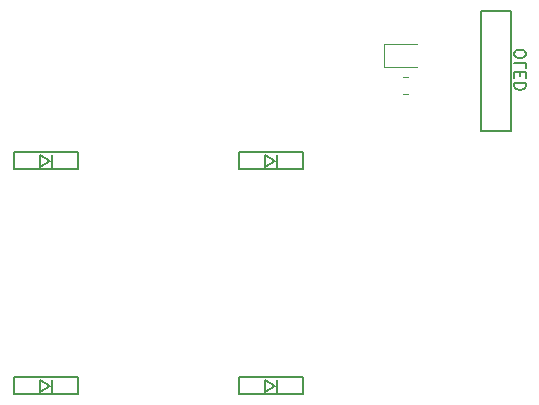
<source format=gbo>
%TF.GenerationSoftware,KiCad,Pcbnew,(5.1.12-1-10_14)*%
%TF.CreationDate,2021-11-18T12:52:19+08:00*%
%TF.ProjectId,Pragmatic,50726167-6d61-4746-9963-2e6b69636164,0.1*%
%TF.SameCoordinates,Original*%
%TF.FileFunction,Legend,Bot*%
%TF.FilePolarity,Positive*%
%FSLAX46Y46*%
G04 Gerber Fmt 4.6, Leading zero omitted, Abs format (unit mm)*
G04 Created by KiCad (PCBNEW (5.1.12-1-10_14)) date 2021-11-18 12:52:19*
%MOMM*%
%LPD*%
G01*
G04 APERTURE LIST*
%ADD10C,0.120000*%
%ADD11C,0.150000*%
%ADD12C,2.400000*%
%ADD13O,2.200000X1.600000*%
%ADD14C,4.900000*%
%ADD15C,1.800000*%
%ADD16O,2.200000X1.500000*%
%ADD17C,1.700000*%
%ADD18R,1.400000X1.000000*%
%ADD19C,1.397000*%
G04 APERTURE END LIST*
D10*
X87402936Y-43280000D02*
X87857064Y-43280000D01*
X87402936Y-41810000D02*
X87857064Y-41810000D01*
X85770000Y-40965000D02*
X88630000Y-40965000D01*
X85770000Y-39045000D02*
X85770000Y-40965000D01*
X88630000Y-39045000D02*
X85770000Y-39045000D01*
D11*
X76600000Y-67945000D02*
X75700000Y-67445000D01*
X76700000Y-67445000D02*
X76700000Y-68445000D01*
X78900000Y-67195000D02*
X78900000Y-68695000D01*
X73500000Y-67195000D02*
X73500000Y-68695000D01*
X75700000Y-67445000D02*
X75700000Y-68445000D01*
X75700000Y-68445000D02*
X76600000Y-67945000D01*
X78900000Y-68695000D02*
X73500000Y-68695000D01*
X73500000Y-67195000D02*
X78900000Y-67195000D01*
X57550000Y-67945000D02*
X56650000Y-67445000D01*
X57650000Y-67445000D02*
X57650000Y-68445000D01*
X59850000Y-67195000D02*
X59850000Y-68695000D01*
X54450000Y-67195000D02*
X54450000Y-68695000D01*
X56650000Y-67445000D02*
X56650000Y-68445000D01*
X56650000Y-68445000D02*
X57550000Y-67945000D01*
X59850000Y-68695000D02*
X54450000Y-68695000D01*
X54450000Y-67195000D02*
X59850000Y-67195000D01*
X76600000Y-48895000D02*
X75700000Y-48395000D01*
X76700000Y-48395000D02*
X76700000Y-49395000D01*
X78900000Y-48145000D02*
X78900000Y-49645000D01*
X73500000Y-48145000D02*
X73500000Y-49645000D01*
X75700000Y-48395000D02*
X75700000Y-49395000D01*
X75700000Y-49395000D02*
X76600000Y-48895000D01*
X78900000Y-49645000D02*
X73500000Y-49645000D01*
X73500000Y-48145000D02*
X78900000Y-48145000D01*
X57550000Y-48895000D02*
X56650000Y-48395000D01*
X57650000Y-48395000D02*
X57650000Y-49395000D01*
X59850000Y-48145000D02*
X59850000Y-49645000D01*
X54450000Y-48145000D02*
X54450000Y-49645000D01*
X56650000Y-48395000D02*
X56650000Y-49395000D01*
X56650000Y-49395000D02*
X57550000Y-48895000D01*
X59850000Y-49645000D02*
X54450000Y-49645000D01*
X54450000Y-48145000D02*
X59850000Y-48145000D01*
X96520000Y-36195000D02*
X96520000Y-46355000D01*
X96520000Y-46355000D02*
X93980000Y-46355000D01*
X93980000Y-46355000D02*
X93980000Y-36195000D01*
X93980000Y-36195000D02*
X96520000Y-36195000D01*
X96802380Y-39762619D02*
X96802380Y-39953095D01*
X96850000Y-40048333D01*
X96945238Y-40143571D01*
X97135714Y-40191190D01*
X97469047Y-40191190D01*
X97659523Y-40143571D01*
X97754761Y-40048333D01*
X97802380Y-39953095D01*
X97802380Y-39762619D01*
X97754761Y-39667380D01*
X97659523Y-39572142D01*
X97469047Y-39524523D01*
X97135714Y-39524523D01*
X96945238Y-39572142D01*
X96850000Y-39667380D01*
X96802380Y-39762619D01*
X97802380Y-41095952D02*
X97802380Y-40619761D01*
X96802380Y-40619761D01*
X97278571Y-41429285D02*
X97278571Y-41762619D01*
X97802380Y-41905476D02*
X97802380Y-41429285D01*
X96802380Y-41429285D01*
X96802380Y-41905476D01*
X97802380Y-42334047D02*
X96802380Y-42334047D01*
X96802380Y-42572142D01*
X96850000Y-42715000D01*
X96945238Y-42810238D01*
X97040476Y-42857857D01*
X97230952Y-42905476D01*
X97373809Y-42905476D01*
X97564285Y-42857857D01*
X97659523Y-42810238D01*
X97754761Y-42715000D01*
X97802380Y-42572142D01*
X97802380Y-42334047D01*
%LPC*%
D12*
X72390000Y-73660000D03*
D13*
X71100000Y-80100000D03*
G36*
G01*
X77900126Y-70678797D02*
X77900126Y-70678797D01*
G75*
G02*
X78643552Y-69922281I749971J6545D01*
G01*
X81543442Y-69896975D01*
G75*
G02*
X82299958Y-70640401I6545J-749971D01*
G01*
X82299958Y-70640401D01*
G75*
G02*
X81556532Y-71396917I-749971J-6545D01*
G01*
X78656642Y-71422223D01*
G75*
G02*
X77900126Y-70678797I-6545J749971D01*
G01*
G37*
D12*
X78740000Y-71120000D03*
X78740000Y-71120000D03*
G36*
G01*
X77900126Y-70678797D02*
X77900126Y-70678797D01*
G75*
G02*
X78643552Y-69922281I749971J6545D01*
G01*
X81543442Y-69896975D01*
G75*
G02*
X82299958Y-70640401I6545J-749971D01*
G01*
X82299958Y-70640401D01*
G75*
G02*
X81556532Y-71396917I-749971J-6545D01*
G01*
X78656642Y-71422223D01*
G75*
G02*
X77900126Y-70678797I-6545J749971D01*
G01*
G37*
D13*
X71100000Y-80100000D03*
D14*
X76200000Y-76200000D03*
D15*
X70700000Y-76200000D03*
X81700000Y-76200000D03*
D16*
X76200000Y-82100000D03*
D12*
X72390000Y-73660000D03*
D17*
X81280000Y-76200000D03*
X71120000Y-76200000D03*
G36*
G01*
X86030000Y-42995400D02*
X86030000Y-42094600D01*
G75*
G02*
X86279600Y-41845000I249600J0D01*
G01*
X86980400Y-41845000D01*
G75*
G02*
X87230000Y-42094600I0J-249600D01*
G01*
X87230000Y-42995400D01*
G75*
G02*
X86980400Y-43245000I-249600J0D01*
G01*
X86279600Y-43245000D01*
G75*
G02*
X86030000Y-42995400I0J249600D01*
G01*
G37*
G36*
G01*
X88030000Y-42995400D02*
X88030000Y-42094600D01*
G75*
G02*
X88279600Y-41845000I249600J0D01*
G01*
X88980400Y-41845000D01*
G75*
G02*
X89230000Y-42094600I0J-249600D01*
G01*
X89230000Y-42995400D01*
G75*
G02*
X88980400Y-43245000I-249600J0D01*
G01*
X88279600Y-43245000D01*
G75*
G02*
X88030000Y-42995400I0J249600D01*
G01*
G37*
G36*
G01*
X88080000Y-40455450D02*
X88080000Y-39554550D01*
G75*
G02*
X88329550Y-39305000I249550J0D01*
G01*
X88980450Y-39305000D01*
G75*
G02*
X89230000Y-39554550I0J-249550D01*
G01*
X89230000Y-40455450D01*
G75*
G02*
X88980450Y-40705000I-249550J0D01*
G01*
X88329550Y-40705000D01*
G75*
G02*
X88080000Y-40455450I0J249550D01*
G01*
G37*
G36*
G01*
X86030000Y-40455450D02*
X86030000Y-39554550D01*
G75*
G02*
X86279550Y-39305000I249550J0D01*
G01*
X86930450Y-39305000D01*
G75*
G02*
X87180000Y-39554550I0J-249550D01*
G01*
X87180000Y-40455450D01*
G75*
G02*
X86930450Y-40705000I-249550J0D01*
G01*
X86279550Y-40705000D01*
G75*
G02*
X86030000Y-40455450I0J249550D01*
G01*
G37*
D12*
X53340000Y-73660000D03*
D13*
X52050000Y-80100000D03*
G36*
G01*
X58850126Y-70678797D02*
X58850126Y-70678797D01*
G75*
G02*
X59593552Y-69922281I749971J6545D01*
G01*
X62493442Y-69896975D01*
G75*
G02*
X63249958Y-70640401I6545J-749971D01*
G01*
X63249958Y-70640401D01*
G75*
G02*
X62506532Y-71396917I-749971J-6545D01*
G01*
X59606642Y-71422223D01*
G75*
G02*
X58850126Y-70678797I-6545J749971D01*
G01*
G37*
D12*
X59690000Y-71120000D03*
X59690000Y-71120000D03*
G36*
G01*
X58850126Y-70678797D02*
X58850126Y-70678797D01*
G75*
G02*
X59593552Y-69922281I749971J6545D01*
G01*
X62493442Y-69896975D01*
G75*
G02*
X63249958Y-70640401I6545J-749971D01*
G01*
X63249958Y-70640401D01*
G75*
G02*
X62506532Y-71396917I-749971J-6545D01*
G01*
X59606642Y-71422223D01*
G75*
G02*
X58850126Y-70678797I-6545J749971D01*
G01*
G37*
D13*
X52050000Y-80100000D03*
D14*
X57150000Y-76200000D03*
D15*
X51650000Y-76200000D03*
X62650000Y-76200000D03*
D16*
X57150000Y-82100000D03*
D12*
X53340000Y-73660000D03*
D17*
X62230000Y-76200000D03*
X52070000Y-76200000D03*
D12*
X72390000Y-54610000D03*
D13*
X71100000Y-61050000D03*
G36*
G01*
X77900126Y-51628797D02*
X77900126Y-51628797D01*
G75*
G02*
X78643552Y-50872281I749971J6545D01*
G01*
X81543442Y-50846975D01*
G75*
G02*
X82299958Y-51590401I6545J-749971D01*
G01*
X82299958Y-51590401D01*
G75*
G02*
X81556532Y-52346917I-749971J-6545D01*
G01*
X78656642Y-52372223D01*
G75*
G02*
X77900126Y-51628797I-6545J749971D01*
G01*
G37*
D12*
X78740000Y-52070000D03*
X78740000Y-52070000D03*
G36*
G01*
X77900126Y-51628797D02*
X77900126Y-51628797D01*
G75*
G02*
X78643552Y-50872281I749971J6545D01*
G01*
X81543442Y-50846975D01*
G75*
G02*
X82299958Y-51590401I6545J-749971D01*
G01*
X82299958Y-51590401D01*
G75*
G02*
X81556532Y-52346917I-749971J-6545D01*
G01*
X78656642Y-52372223D01*
G75*
G02*
X77900126Y-51628797I-6545J749971D01*
G01*
G37*
D13*
X71100000Y-61050000D03*
D14*
X76200000Y-57150000D03*
D15*
X70700000Y-57150000D03*
X81700000Y-57150000D03*
D16*
X76200000Y-63050000D03*
D12*
X72390000Y-54610000D03*
D17*
X81280000Y-57150000D03*
X71120000Y-57150000D03*
D12*
X53340000Y-54610000D03*
D13*
X52050000Y-61050000D03*
G36*
G01*
X58850126Y-51628797D02*
X58850126Y-51628797D01*
G75*
G02*
X59593552Y-50872281I749971J6545D01*
G01*
X62493442Y-50846975D01*
G75*
G02*
X63249958Y-51590401I6545J-749971D01*
G01*
X63249958Y-51590401D01*
G75*
G02*
X62506532Y-52346917I-749971J-6545D01*
G01*
X59606642Y-52372223D01*
G75*
G02*
X58850126Y-51628797I-6545J749971D01*
G01*
G37*
D12*
X59690000Y-52070000D03*
X59690000Y-52070000D03*
G36*
G01*
X58850126Y-51628797D02*
X58850126Y-51628797D01*
G75*
G02*
X59593552Y-50872281I749971J6545D01*
G01*
X62493442Y-50846975D01*
G75*
G02*
X63249958Y-51590401I6545J-749971D01*
G01*
X63249958Y-51590401D01*
G75*
G02*
X62506532Y-52346917I-749971J-6545D01*
G01*
X59606642Y-52372223D01*
G75*
G02*
X58850126Y-51628797I-6545J749971D01*
G01*
G37*
D13*
X52050000Y-61050000D03*
D14*
X57150000Y-57150000D03*
D15*
X51650000Y-57150000D03*
X62650000Y-57150000D03*
D16*
X57150000Y-63050000D03*
D12*
X53340000Y-54610000D03*
D17*
X62230000Y-57150000D03*
X52070000Y-57150000D03*
D18*
X74425000Y-67945000D03*
X77975000Y-67945000D03*
X55375000Y-67945000D03*
X58925000Y-67945000D03*
X74425000Y-48895000D03*
X77975000Y-48895000D03*
X55375000Y-48895000D03*
X58925000Y-48895000D03*
D19*
X95250000Y-45085000D03*
X95250000Y-42545000D03*
X95250000Y-40005000D03*
X95250000Y-37465000D03*
D17*
X75565000Y-40005000D03*
X73025000Y-40005000D03*
X70485000Y-40005000D03*
X67945000Y-40005000D03*
X65405000Y-40005000D03*
X62865000Y-40005000D03*
X60325000Y-40005000D03*
X57785000Y-40005000D03*
X75565000Y-42545000D03*
X73025000Y-42545000D03*
X70485000Y-42545000D03*
X67945000Y-42545000D03*
X65405000Y-42545000D03*
X62865000Y-42545000D03*
X60325000Y-42545000D03*
G36*
G01*
X58385000Y-43395000D02*
X57185000Y-43395000D01*
G75*
G02*
X56935000Y-43145000I0J250000D01*
G01*
X56935000Y-41945000D01*
G75*
G02*
X57185000Y-41695000I250000J0D01*
G01*
X58385000Y-41695000D01*
G75*
G02*
X58635000Y-41945000I0J-250000D01*
G01*
X58635000Y-43145000D01*
G75*
G02*
X58385000Y-43395000I-250000J0D01*
G01*
G37*
M02*

</source>
